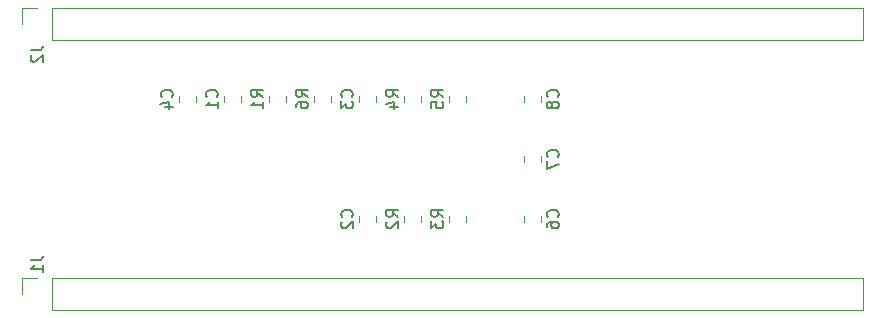
<source format=gbr>
%TF.GenerationSoftware,KiCad,Pcbnew,6.0.1-79c1e3a40b~116~ubuntu20.04.1*%
%TF.CreationDate,2022-02-13T18:37:17+04:00*%
%TF.ProjectId,clock_module,636c6f63-6b5f-46d6-9f64-756c652e6b69,rev?*%
%TF.SameCoordinates,Original*%
%TF.FileFunction,Legend,Bot*%
%TF.FilePolarity,Positive*%
%FSLAX46Y46*%
G04 Gerber Fmt 4.6, Leading zero omitted, Abs format (unit mm)*
G04 Created by KiCad (PCBNEW 6.0.1-79c1e3a40b~116~ubuntu20.04.1) date 2022-02-13 18:37:17*
%MOMM*%
%LPD*%
G01*
G04 APERTURE LIST*
%ADD10C,0.150000*%
%ADD11C,0.120000*%
G04 APERTURE END LIST*
D10*
%TO.C,C1*%
X83757142Y-49363333D02*
X83804761Y-49315714D01*
X83852380Y-49172857D01*
X83852380Y-49077619D01*
X83804761Y-48934761D01*
X83709523Y-48839523D01*
X83614285Y-48791904D01*
X83423809Y-48744285D01*
X83280952Y-48744285D01*
X83090476Y-48791904D01*
X82995238Y-48839523D01*
X82900000Y-48934761D01*
X82852380Y-49077619D01*
X82852380Y-49172857D01*
X82900000Y-49315714D01*
X82947619Y-49363333D01*
X83852380Y-50315714D02*
X83852380Y-49744285D01*
X83852380Y-50030000D02*
X82852380Y-50030000D01*
X82995238Y-49934761D01*
X83090476Y-49839523D01*
X83138095Y-49744285D01*
%TO.C,R6*%
X91502380Y-49363333D02*
X91026190Y-49030000D01*
X91502380Y-48791904D02*
X90502380Y-48791904D01*
X90502380Y-49172857D01*
X90550000Y-49268095D01*
X90597619Y-49315714D01*
X90692857Y-49363333D01*
X90835714Y-49363333D01*
X90930952Y-49315714D01*
X90978571Y-49268095D01*
X91026190Y-49172857D01*
X91026190Y-48791904D01*
X90502380Y-50220476D02*
X90502380Y-50030000D01*
X90550000Y-49934761D01*
X90597619Y-49887142D01*
X90740476Y-49791904D01*
X90930952Y-49744285D01*
X91311904Y-49744285D01*
X91407142Y-49791904D01*
X91454761Y-49839523D01*
X91502380Y-49934761D01*
X91502380Y-50125238D01*
X91454761Y-50220476D01*
X91407142Y-50268095D01*
X91311904Y-50315714D01*
X91073809Y-50315714D01*
X90978571Y-50268095D01*
X90930952Y-50220476D01*
X90883333Y-50125238D01*
X90883333Y-49934761D01*
X90930952Y-49839523D01*
X90978571Y-49791904D01*
X91073809Y-49744285D01*
%TO.C,C6*%
X112625142Y-59523333D02*
X112672761Y-59475714D01*
X112720380Y-59332857D01*
X112720380Y-59237619D01*
X112672761Y-59094761D01*
X112577523Y-58999523D01*
X112482285Y-58951904D01*
X112291809Y-58904285D01*
X112148952Y-58904285D01*
X111958476Y-58951904D01*
X111863238Y-58999523D01*
X111768000Y-59094761D01*
X111720380Y-59237619D01*
X111720380Y-59332857D01*
X111768000Y-59475714D01*
X111815619Y-59523333D01*
X111720380Y-60380476D02*
X111720380Y-60190000D01*
X111768000Y-60094761D01*
X111815619Y-60047142D01*
X111958476Y-59951904D01*
X112148952Y-59904285D01*
X112529904Y-59904285D01*
X112625142Y-59951904D01*
X112672761Y-59999523D01*
X112720380Y-60094761D01*
X112720380Y-60285238D01*
X112672761Y-60380476D01*
X112625142Y-60428095D01*
X112529904Y-60475714D01*
X112291809Y-60475714D01*
X112196571Y-60428095D01*
X112148952Y-60380476D01*
X112101333Y-60285238D01*
X112101333Y-60094761D01*
X112148952Y-59999523D01*
X112196571Y-59951904D01*
X112291809Y-59904285D01*
%TO.C,C4*%
X79947142Y-49363333D02*
X79994761Y-49315714D01*
X80042380Y-49172857D01*
X80042380Y-49077619D01*
X79994761Y-48934761D01*
X79899523Y-48839523D01*
X79804285Y-48791904D01*
X79613809Y-48744285D01*
X79470952Y-48744285D01*
X79280476Y-48791904D01*
X79185238Y-48839523D01*
X79090000Y-48934761D01*
X79042380Y-49077619D01*
X79042380Y-49172857D01*
X79090000Y-49315714D01*
X79137619Y-49363333D01*
X79375714Y-50220476D02*
X80042380Y-50220476D01*
X78994761Y-49982380D02*
X79709047Y-49744285D01*
X79709047Y-50363333D01*
%TO.C,R4*%
X99132380Y-49363333D02*
X98656190Y-49030000D01*
X99132380Y-48791904D02*
X98132380Y-48791904D01*
X98132380Y-49172857D01*
X98180000Y-49268095D01*
X98227619Y-49315714D01*
X98322857Y-49363333D01*
X98465714Y-49363333D01*
X98560952Y-49315714D01*
X98608571Y-49268095D01*
X98656190Y-49172857D01*
X98656190Y-48791904D01*
X98465714Y-50220476D02*
X99132380Y-50220476D01*
X98084761Y-49982380D02*
X98799047Y-49744285D01*
X98799047Y-50363333D01*
%TO.C,C8*%
X112625142Y-49363333D02*
X112672761Y-49315714D01*
X112720380Y-49172857D01*
X112720380Y-49077619D01*
X112672761Y-48934761D01*
X112577523Y-48839523D01*
X112482285Y-48791904D01*
X112291809Y-48744285D01*
X112148952Y-48744285D01*
X111958476Y-48791904D01*
X111863238Y-48839523D01*
X111768000Y-48934761D01*
X111720380Y-49077619D01*
X111720380Y-49172857D01*
X111768000Y-49315714D01*
X111815619Y-49363333D01*
X112148952Y-49934761D02*
X112101333Y-49839523D01*
X112053714Y-49791904D01*
X111958476Y-49744285D01*
X111910857Y-49744285D01*
X111815619Y-49791904D01*
X111768000Y-49839523D01*
X111720380Y-49934761D01*
X111720380Y-50125238D01*
X111768000Y-50220476D01*
X111815619Y-50268095D01*
X111910857Y-50315714D01*
X111958476Y-50315714D01*
X112053714Y-50268095D01*
X112101333Y-50220476D01*
X112148952Y-50125238D01*
X112148952Y-49934761D01*
X112196571Y-49839523D01*
X112244190Y-49791904D01*
X112339428Y-49744285D01*
X112529904Y-49744285D01*
X112625142Y-49791904D01*
X112672761Y-49839523D01*
X112720380Y-49934761D01*
X112720380Y-50125238D01*
X112672761Y-50220476D01*
X112625142Y-50268095D01*
X112529904Y-50315714D01*
X112339428Y-50315714D01*
X112244190Y-50268095D01*
X112196571Y-50220476D01*
X112148952Y-50125238D01*
%TO.C,R2*%
X99132380Y-59523333D02*
X98656190Y-59190000D01*
X99132380Y-58951904D02*
X98132380Y-58951904D01*
X98132380Y-59332857D01*
X98180000Y-59428095D01*
X98227619Y-59475714D01*
X98322857Y-59523333D01*
X98465714Y-59523333D01*
X98560952Y-59475714D01*
X98608571Y-59428095D01*
X98656190Y-59332857D01*
X98656190Y-58951904D01*
X98227619Y-59904285D02*
X98180000Y-59951904D01*
X98132380Y-60047142D01*
X98132380Y-60285238D01*
X98180000Y-60380476D01*
X98227619Y-60428095D01*
X98322857Y-60475714D01*
X98418095Y-60475714D01*
X98560952Y-60428095D01*
X99132380Y-59856666D01*
X99132380Y-60475714D01*
%TO.C,C2*%
X95197142Y-59523333D02*
X95244761Y-59475714D01*
X95292380Y-59332857D01*
X95292380Y-59237619D01*
X95244761Y-59094761D01*
X95149523Y-58999523D01*
X95054285Y-58951904D01*
X94863809Y-58904285D01*
X94720952Y-58904285D01*
X94530476Y-58951904D01*
X94435238Y-58999523D01*
X94340000Y-59094761D01*
X94292380Y-59237619D01*
X94292380Y-59332857D01*
X94340000Y-59475714D01*
X94387619Y-59523333D01*
X94387619Y-59904285D02*
X94340000Y-59951904D01*
X94292380Y-60047142D01*
X94292380Y-60285238D01*
X94340000Y-60380476D01*
X94387619Y-60428095D01*
X94482857Y-60475714D01*
X94578095Y-60475714D01*
X94720952Y-60428095D01*
X95292380Y-59856666D01*
X95292380Y-60475714D01*
%TO.C,R5*%
X102942380Y-49363333D02*
X102466190Y-49030000D01*
X102942380Y-48791904D02*
X101942380Y-48791904D01*
X101942380Y-49172857D01*
X101990000Y-49268095D01*
X102037619Y-49315714D01*
X102132857Y-49363333D01*
X102275714Y-49363333D01*
X102370952Y-49315714D01*
X102418571Y-49268095D01*
X102466190Y-49172857D01*
X102466190Y-48791904D01*
X101942380Y-50268095D02*
X101942380Y-49791904D01*
X102418571Y-49744285D01*
X102370952Y-49791904D01*
X102323333Y-49887142D01*
X102323333Y-50125238D01*
X102370952Y-50220476D01*
X102418571Y-50268095D01*
X102513809Y-50315714D01*
X102751904Y-50315714D01*
X102847142Y-50268095D01*
X102894761Y-50220476D01*
X102942380Y-50125238D01*
X102942380Y-49887142D01*
X102894761Y-49791904D01*
X102847142Y-49744285D01*
%TO.C,J1*%
X68032380Y-63166666D02*
X68746666Y-63166666D01*
X68889523Y-63119047D01*
X68984761Y-63023809D01*
X69032380Y-62880952D01*
X69032380Y-62785714D01*
X69032380Y-64166666D02*
X69032380Y-63595238D01*
X69032380Y-63880952D02*
X68032380Y-63880952D01*
X68175238Y-63785714D01*
X68270476Y-63690476D01*
X68318095Y-63595238D01*
%TO.C,J2*%
X68032380Y-45386666D02*
X68746666Y-45386666D01*
X68889523Y-45339047D01*
X68984761Y-45243809D01*
X69032380Y-45100952D01*
X69032380Y-45005714D01*
X68127619Y-45815238D02*
X68080000Y-45862857D01*
X68032380Y-45958095D01*
X68032380Y-46196190D01*
X68080000Y-46291428D01*
X68127619Y-46339047D01*
X68222857Y-46386666D01*
X68318095Y-46386666D01*
X68460952Y-46339047D01*
X69032380Y-45767619D01*
X69032380Y-46386666D01*
%TO.C,R1*%
X87691380Y-49363333D02*
X87215190Y-49030000D01*
X87691380Y-48791904D02*
X86691380Y-48791904D01*
X86691380Y-49172857D01*
X86739000Y-49268095D01*
X86786619Y-49315714D01*
X86881857Y-49363333D01*
X87024714Y-49363333D01*
X87119952Y-49315714D01*
X87167571Y-49268095D01*
X87215190Y-49172857D01*
X87215190Y-48791904D01*
X87691380Y-50315714D02*
X87691380Y-49744285D01*
X87691380Y-50030000D02*
X86691380Y-50030000D01*
X86834238Y-49934761D01*
X86929476Y-49839523D01*
X86977095Y-49744285D01*
%TO.C,R3*%
X102941380Y-59523333D02*
X102465190Y-59190000D01*
X102941380Y-58951904D02*
X101941380Y-58951904D01*
X101941380Y-59332857D01*
X101989000Y-59428095D01*
X102036619Y-59475714D01*
X102131857Y-59523333D01*
X102274714Y-59523333D01*
X102369952Y-59475714D01*
X102417571Y-59428095D01*
X102465190Y-59332857D01*
X102465190Y-58951904D01*
X101941380Y-59856666D02*
X101941380Y-60475714D01*
X102322333Y-60142380D01*
X102322333Y-60285238D01*
X102369952Y-60380476D01*
X102417571Y-60428095D01*
X102512809Y-60475714D01*
X102750904Y-60475714D01*
X102846142Y-60428095D01*
X102893761Y-60380476D01*
X102941380Y-60285238D01*
X102941380Y-59999523D01*
X102893761Y-59904285D01*
X102846142Y-59856666D01*
%TO.C,C7*%
X112625142Y-54443333D02*
X112672761Y-54395714D01*
X112720380Y-54252857D01*
X112720380Y-54157619D01*
X112672761Y-54014761D01*
X112577523Y-53919523D01*
X112482285Y-53871904D01*
X112291809Y-53824285D01*
X112148952Y-53824285D01*
X111958476Y-53871904D01*
X111863238Y-53919523D01*
X111768000Y-54014761D01*
X111720380Y-54157619D01*
X111720380Y-54252857D01*
X111768000Y-54395714D01*
X111815619Y-54443333D01*
X111720380Y-54776666D02*
X111720380Y-55443333D01*
X112720380Y-55014761D01*
%TO.C,C3*%
X95197142Y-49363333D02*
X95244761Y-49315714D01*
X95292380Y-49172857D01*
X95292380Y-49077619D01*
X95244761Y-48934761D01*
X95149523Y-48839523D01*
X95054285Y-48791904D01*
X94863809Y-48744285D01*
X94720952Y-48744285D01*
X94530476Y-48791904D01*
X94435238Y-48839523D01*
X94340000Y-48934761D01*
X94292380Y-49077619D01*
X94292380Y-49172857D01*
X94340000Y-49315714D01*
X94387619Y-49363333D01*
X94292380Y-49696666D02*
X94292380Y-50315714D01*
X94673333Y-49982380D01*
X94673333Y-50125238D01*
X94720952Y-50220476D01*
X94768571Y-50268095D01*
X94863809Y-50315714D01*
X95101904Y-50315714D01*
X95197142Y-50268095D01*
X95244761Y-50220476D01*
X95292380Y-50125238D01*
X95292380Y-49839523D01*
X95244761Y-49744285D01*
X95197142Y-49696666D01*
D11*
%TO.C,C1*%
X84345000Y-49268748D02*
X84345000Y-49791252D01*
X85815000Y-49268748D02*
X85815000Y-49791252D01*
%TO.C,R6*%
X93435000Y-49302936D02*
X93435000Y-49757064D01*
X91965000Y-49302936D02*
X91965000Y-49757064D01*
%TO.C,C6*%
X111225000Y-59428748D02*
X111225000Y-59951252D01*
X109755000Y-59428748D02*
X109755000Y-59951252D01*
%TO.C,C4*%
X80535000Y-49268748D02*
X80535000Y-49791252D01*
X82005000Y-49268748D02*
X82005000Y-49791252D01*
%TO.C,R4*%
X99595000Y-49302936D02*
X99595000Y-49757064D01*
X101065000Y-49302936D02*
X101065000Y-49757064D01*
%TO.C,C8*%
X111225000Y-49268748D02*
X111225000Y-49791252D01*
X109755000Y-49268748D02*
X109755000Y-49791252D01*
%TO.C,R2*%
X99595000Y-59462936D02*
X99595000Y-59917064D01*
X101065000Y-59462936D02*
X101065000Y-59917064D01*
%TO.C,C2*%
X97255000Y-59428748D02*
X97255000Y-59951252D01*
X95785000Y-59428748D02*
X95785000Y-59951252D01*
%TO.C,R5*%
X104875000Y-49302936D02*
X104875000Y-49757064D01*
X103405000Y-49302936D02*
X103405000Y-49757064D01*
%TO.C,J1*%
X69865000Y-67370000D02*
X138505000Y-67370000D01*
X138505000Y-64710000D02*
X138505000Y-67370000D01*
X69865000Y-64710000D02*
X69865000Y-67370000D01*
X67265000Y-64710000D02*
X67265000Y-66040000D01*
X69865000Y-64710000D02*
X138505000Y-64710000D01*
X68595000Y-64710000D02*
X67265000Y-64710000D01*
%TO.C,J2*%
X67265000Y-41850000D02*
X67265000Y-43180000D01*
X138505000Y-41850000D02*
X138505000Y-44510000D01*
X69865000Y-41850000D02*
X69865000Y-44510000D01*
X69865000Y-41850000D02*
X138505000Y-41850000D01*
X68595000Y-41850000D02*
X67265000Y-41850000D01*
X69865000Y-44510000D02*
X138505000Y-44510000D01*
%TO.C,R1*%
X89625000Y-49757064D02*
X89625000Y-49302936D01*
X88155000Y-49757064D02*
X88155000Y-49302936D01*
%TO.C,R3*%
X104875000Y-59917064D02*
X104875000Y-59462936D01*
X103405000Y-59917064D02*
X103405000Y-59462936D01*
%TO.C,C7*%
X111225000Y-54871252D02*
X111225000Y-54348748D01*
X109755000Y-54871252D02*
X109755000Y-54348748D01*
%TO.C,C3*%
X95785000Y-49268748D02*
X95785000Y-49791252D01*
X97255000Y-49268748D02*
X97255000Y-49791252D01*
%TD*%
M02*

</source>
